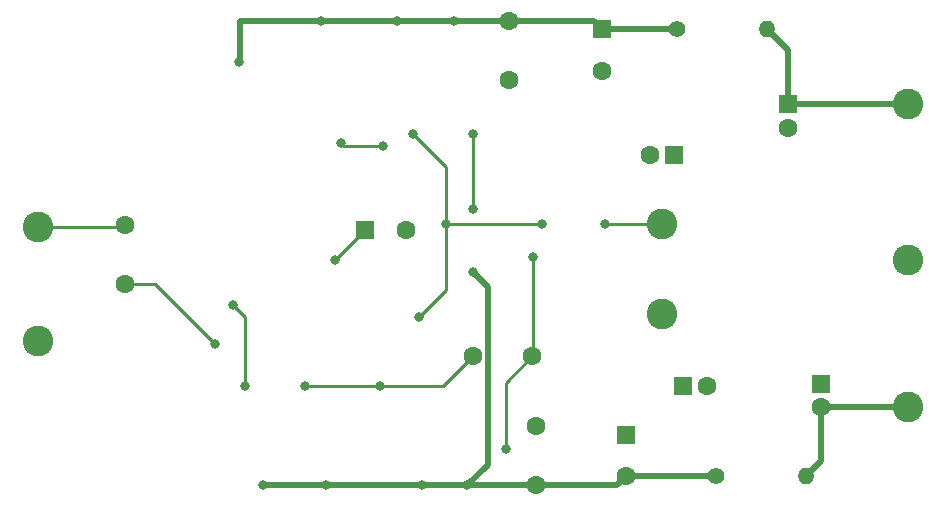
<source format=gbr>
G04 #@! TF.GenerationSoftware,KiCad,Pcbnew,(5.1.7-0-10_14)*
G04 #@! TF.CreationDate,2020-10-09T21:48:50+02:00*
G04 #@! TF.ProjectId,pre-amp-discret-v1,7072652d-616d-4702-9d64-697363726574,rev?*
G04 #@! TF.SameCoordinates,Original*
G04 #@! TF.FileFunction,Copper,L2,Bot*
G04 #@! TF.FilePolarity,Positive*
%FSLAX46Y46*%
G04 Gerber Fmt 4.6, Leading zero omitted, Abs format (unit mm)*
G04 Created by KiCad (PCBNEW (5.1.7-0-10_14)) date 2020-10-09 21:48:50*
%MOMM*%
%LPD*%
G01*
G04 APERTURE LIST*
G04 #@! TA.AperFunction,ComponentPad*
%ADD10O,1.400000X1.400000*%
G04 #@! TD*
G04 #@! TA.AperFunction,ComponentPad*
%ADD11C,1.400000*%
G04 #@! TD*
G04 #@! TA.AperFunction,ComponentPad*
%ADD12C,2.600000*%
G04 #@! TD*
G04 #@! TA.AperFunction,ComponentPad*
%ADD13C,1.600000*%
G04 #@! TD*
G04 #@! TA.AperFunction,ComponentPad*
%ADD14R,1.600000X1.600000*%
G04 #@! TD*
G04 #@! TA.AperFunction,ViaPad*
%ADD15C,0.800000*%
G04 #@! TD*
G04 #@! TA.AperFunction,Conductor*
%ADD16C,0.500000*%
G04 #@! TD*
G04 #@! TA.AperFunction,Conductor*
%ADD17C,0.250000*%
G04 #@! TD*
G04 APERTURE END LIST*
D10*
X191008000Y-140970000D03*
D11*
X183388000Y-140970000D03*
D10*
X187706000Y-103124000D03*
D11*
X180086000Y-103124000D03*
D12*
X178816000Y-127254000D03*
X178816000Y-119634000D03*
X199644000Y-122682000D03*
X125984000Y-119888000D03*
X199644000Y-135128000D03*
X125984000Y-129540000D03*
X199644000Y-109474000D03*
D13*
X182626000Y-133350000D03*
D14*
X180626000Y-133350000D03*
D13*
X192278000Y-135128000D03*
D14*
X192278000Y-133128000D03*
D13*
X177832000Y-113792000D03*
D14*
X179832000Y-113792000D03*
D13*
X189484000Y-111474000D03*
D14*
X189484000Y-109474000D03*
D13*
X162814000Y-130810000D03*
X167814000Y-130810000D03*
X157170000Y-120142000D03*
D14*
X153670000Y-120142000D03*
D13*
X168148000Y-136732000D03*
X168148000Y-141732000D03*
X165862000Y-102442000D03*
X165862000Y-107442000D03*
X175768000Y-140970000D03*
D14*
X175768000Y-137470000D03*
D13*
X133350000Y-119714000D03*
X133350000Y-124714000D03*
X173736000Y-106624000D03*
D14*
X173736000Y-103124000D03*
D15*
X143002000Y-105918000D03*
X149940000Y-102442000D03*
X156384000Y-102442000D03*
X161210000Y-102442000D03*
X140970000Y-129794000D03*
X145034000Y-141732000D03*
X150368000Y-141732000D03*
X158496000Y-141732000D03*
X162306000Y-141732000D03*
X162814000Y-123698000D03*
X151130000Y-122682000D03*
X142494000Y-126492000D03*
X143510000Y-133350000D03*
X148590000Y-133350000D03*
X154940000Y-133350000D03*
X165608000Y-138684000D03*
X162814000Y-112014000D03*
X162814000Y-118364000D03*
X167894000Y-122428000D03*
X151638000Y-112776000D03*
X155194000Y-113030000D03*
X173990000Y-119634000D03*
X160528000Y-119634000D03*
X158242000Y-127508000D03*
X157734000Y-112014000D03*
X168656000Y-119634000D03*
D16*
X143082000Y-105838000D02*
X143002000Y-105918000D01*
X143082000Y-102442000D02*
X143082000Y-105838000D01*
X149940000Y-102442000D02*
X143082000Y-102442000D01*
X156384000Y-102442000D02*
X149940000Y-102442000D01*
X161210000Y-102442000D02*
X156384000Y-102442000D01*
X165862000Y-102442000D02*
X161210000Y-102442000D01*
X173054000Y-102442000D02*
X173736000Y-103124000D01*
X165862000Y-102442000D02*
X173054000Y-102442000D01*
X173736000Y-103124000D02*
X180086000Y-103124000D01*
D17*
X133176000Y-119888000D02*
X133350000Y-119714000D01*
X125984000Y-119888000D02*
X133176000Y-119888000D01*
X133350000Y-124714000D02*
X135890000Y-124714000D01*
X135890000Y-124714000D02*
X140970000Y-129794000D01*
D16*
X145034000Y-141732000D02*
X150368000Y-141732000D01*
X150368000Y-141732000D02*
X158496000Y-141732000D01*
X158496000Y-141732000D02*
X162306000Y-141732000D01*
X162306000Y-141732000D02*
X168148000Y-141732000D01*
X175006000Y-141732000D02*
X175768000Y-140970000D01*
X168148000Y-141732000D02*
X175006000Y-141732000D01*
X175768000Y-140970000D02*
X183388000Y-140970000D01*
X164064001Y-139973999D02*
X162306000Y-141732000D01*
X164064001Y-124948001D02*
X164064001Y-139973999D01*
X162814000Y-123698000D02*
X164064001Y-124948001D01*
D17*
X153670000Y-120142000D02*
X151130000Y-122682000D01*
X142494000Y-126492000D02*
X143510000Y-127508000D01*
X143510000Y-127508000D02*
X143510000Y-133350000D01*
X148590000Y-133350000D02*
X154940000Y-133350000D01*
X160274000Y-133350000D02*
X162814000Y-130810000D01*
X154940000Y-133350000D02*
X160274000Y-133350000D01*
X165608000Y-133016000D02*
X167814000Y-130810000D01*
X165608000Y-138684000D02*
X165608000Y-133016000D01*
X162814000Y-118364000D02*
X162814000Y-112014000D01*
X167894000Y-130730000D02*
X167814000Y-130810000D01*
X167894000Y-122428000D02*
X167894000Y-130730000D01*
D16*
X199644000Y-109474000D02*
X189484000Y-109474000D01*
X189484000Y-104902000D02*
X187706000Y-103124000D01*
X189484000Y-109474000D02*
X189484000Y-104902000D01*
X199644000Y-135128000D02*
X192278000Y-135128000D01*
X192278000Y-139700000D02*
X191008000Y-140970000D01*
X192278000Y-135128000D02*
X192278000Y-139700000D01*
D17*
X151892000Y-113030000D02*
X151638000Y-112776000D01*
X155194000Y-113030000D02*
X151892000Y-113030000D01*
X173990000Y-119634000D02*
X178816000Y-119634000D01*
X160528000Y-125222000D02*
X158242000Y-127508000D01*
X160528000Y-119634000D02*
X160528000Y-125222000D01*
X160528000Y-119634000D02*
X160528000Y-114808000D01*
X160528000Y-114808000D02*
X157734000Y-112014000D01*
X168656000Y-119634000D02*
X160528000Y-119634000D01*
M02*

</source>
